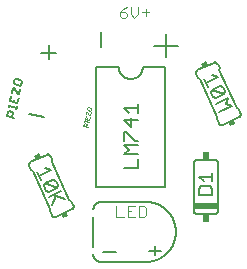
<source format=gto>
G75*
%MOIN*%
%OFA0B0*%
%FSLAX25Y25*%
%IPPOS*%
%LPD*%
%AMOC8*
5,1,8,0,0,1.08239X$1,22.5*
%
%ADD10C,0.00600*%
%ADD11C,0.00500*%
%ADD12R,0.01500X0.02000*%
%ADD13C,0.00400*%
%ADD14R,0.08000X0.02000*%
%ADD15R,0.02000X0.02500*%
%ADD16C,0.00200*%
D10*
X0018085Y0019380D02*
X0017451Y0020740D01*
X0017693Y0021404D01*
X0011776Y0034093D01*
X0011112Y0034334D01*
X0010478Y0035694D01*
X0010478Y0035693D02*
X0010454Y0035749D01*
X0010433Y0035806D01*
X0010416Y0035864D01*
X0010403Y0035923D01*
X0010393Y0035982D01*
X0010387Y0036042D01*
X0010384Y0036103D01*
X0010385Y0036163D01*
X0010390Y0036223D01*
X0010398Y0036283D01*
X0010410Y0036342D01*
X0010425Y0036401D01*
X0010444Y0036458D01*
X0010467Y0036514D01*
X0010492Y0036569D01*
X0010521Y0036622D01*
X0010553Y0036673D01*
X0010589Y0036722D01*
X0010627Y0036769D01*
X0010667Y0036814D01*
X0010711Y0036856D01*
X0010757Y0036895D01*
X0010805Y0036931D01*
X0010855Y0036965D01*
X0010907Y0036995D01*
X0010961Y0037022D01*
X0010962Y0037023D02*
X0016400Y0039559D01*
X0016399Y0039558D02*
X0016455Y0039582D01*
X0016512Y0039603D01*
X0016570Y0039620D01*
X0016629Y0039633D01*
X0016688Y0039643D01*
X0016748Y0039649D01*
X0016809Y0039652D01*
X0016869Y0039651D01*
X0016929Y0039646D01*
X0016989Y0039638D01*
X0017048Y0039626D01*
X0017107Y0039611D01*
X0017164Y0039592D01*
X0017220Y0039569D01*
X0017275Y0039544D01*
X0017328Y0039515D01*
X0017379Y0039483D01*
X0017428Y0039447D01*
X0017475Y0039409D01*
X0017520Y0039369D01*
X0017562Y0039325D01*
X0017601Y0039279D01*
X0017637Y0039231D01*
X0017671Y0039181D01*
X0017701Y0039129D01*
X0017728Y0039075D01*
X0017729Y0039075D02*
X0018362Y0037715D01*
X0018121Y0037051D01*
X0024037Y0024363D01*
X0024702Y0024121D01*
X0025336Y0022761D01*
X0025335Y0022762D02*
X0025360Y0022704D01*
X0025381Y0022645D01*
X0025398Y0022584D01*
X0025412Y0022523D01*
X0025422Y0022461D01*
X0025427Y0022398D01*
X0025429Y0022336D01*
X0025427Y0022273D01*
X0025421Y0022210D01*
X0025411Y0022148D01*
X0025397Y0022087D01*
X0025379Y0022027D01*
X0025357Y0021968D01*
X0025332Y0021910D01*
X0025304Y0021854D01*
X0025271Y0021800D01*
X0025236Y0021748D01*
X0025197Y0021699D01*
X0025156Y0021652D01*
X0025111Y0021608D01*
X0025064Y0021566D01*
X0025014Y0021528D01*
X0024962Y0021493D01*
X0024908Y0021461D01*
X0024852Y0021433D01*
X0024852Y0021432D02*
X0019414Y0018897D01*
X0019415Y0018897D02*
X0019359Y0018873D01*
X0019302Y0018852D01*
X0019244Y0018835D01*
X0019185Y0018822D01*
X0019126Y0018812D01*
X0019066Y0018806D01*
X0019005Y0018803D01*
X0018945Y0018804D01*
X0018885Y0018809D01*
X0018825Y0018817D01*
X0018766Y0018829D01*
X0018707Y0018844D01*
X0018650Y0018863D01*
X0018594Y0018886D01*
X0018539Y0018911D01*
X0018486Y0018940D01*
X0018435Y0018972D01*
X0018386Y0019008D01*
X0018339Y0019046D01*
X0018294Y0019086D01*
X0018252Y0019130D01*
X0018213Y0019176D01*
X0018177Y0019224D01*
X0018143Y0019274D01*
X0018113Y0019326D01*
X0018086Y0019380D01*
X0032987Y0028798D02*
X0055987Y0028798D01*
X0055987Y0068798D01*
X0048487Y0068798D01*
X0048485Y0068672D01*
X0048479Y0068547D01*
X0048469Y0068422D01*
X0048455Y0068297D01*
X0048438Y0068172D01*
X0048416Y0068048D01*
X0048391Y0067925D01*
X0048361Y0067803D01*
X0048328Y0067682D01*
X0048291Y0067562D01*
X0048251Y0067443D01*
X0048206Y0067326D01*
X0048158Y0067209D01*
X0048106Y0067095D01*
X0048051Y0066982D01*
X0047992Y0066871D01*
X0047930Y0066762D01*
X0047864Y0066655D01*
X0047795Y0066550D01*
X0047723Y0066447D01*
X0047648Y0066346D01*
X0047569Y0066248D01*
X0047487Y0066153D01*
X0047403Y0066060D01*
X0047315Y0065970D01*
X0047225Y0065882D01*
X0047132Y0065798D01*
X0047037Y0065716D01*
X0046939Y0065637D01*
X0046838Y0065562D01*
X0046735Y0065490D01*
X0046630Y0065421D01*
X0046523Y0065355D01*
X0046414Y0065293D01*
X0046303Y0065234D01*
X0046190Y0065179D01*
X0046076Y0065127D01*
X0045959Y0065079D01*
X0045842Y0065034D01*
X0045723Y0064994D01*
X0045603Y0064957D01*
X0045482Y0064924D01*
X0045360Y0064894D01*
X0045237Y0064869D01*
X0045113Y0064847D01*
X0044988Y0064830D01*
X0044863Y0064816D01*
X0044738Y0064806D01*
X0044613Y0064800D01*
X0044487Y0064798D01*
X0044361Y0064800D01*
X0044236Y0064806D01*
X0044111Y0064816D01*
X0043986Y0064830D01*
X0043861Y0064847D01*
X0043737Y0064869D01*
X0043614Y0064894D01*
X0043492Y0064924D01*
X0043371Y0064957D01*
X0043251Y0064994D01*
X0043132Y0065034D01*
X0043015Y0065079D01*
X0042898Y0065127D01*
X0042784Y0065179D01*
X0042671Y0065234D01*
X0042560Y0065293D01*
X0042451Y0065355D01*
X0042344Y0065421D01*
X0042239Y0065490D01*
X0042136Y0065562D01*
X0042035Y0065637D01*
X0041937Y0065716D01*
X0041842Y0065798D01*
X0041749Y0065882D01*
X0041659Y0065970D01*
X0041571Y0066060D01*
X0041487Y0066153D01*
X0041405Y0066248D01*
X0041326Y0066346D01*
X0041251Y0066447D01*
X0041179Y0066550D01*
X0041110Y0066655D01*
X0041044Y0066762D01*
X0040982Y0066871D01*
X0040923Y0066982D01*
X0040868Y0067095D01*
X0040816Y0067209D01*
X0040768Y0067326D01*
X0040723Y0067443D01*
X0040683Y0067562D01*
X0040646Y0067682D01*
X0040613Y0067803D01*
X0040583Y0067925D01*
X0040558Y0068048D01*
X0040536Y0068172D01*
X0040519Y0068297D01*
X0040505Y0068422D01*
X0040495Y0068547D01*
X0040489Y0068672D01*
X0040487Y0068798D01*
X0032987Y0068798D01*
X0032987Y0028798D01*
X0052550Y0009050D02*
X0052550Y0006050D01*
X0050550Y0007550D02*
X0054550Y0007550D01*
X0066487Y0019798D02*
X0072487Y0019798D01*
X0072547Y0019800D01*
X0072608Y0019805D01*
X0072667Y0019814D01*
X0072726Y0019827D01*
X0072785Y0019843D01*
X0072842Y0019863D01*
X0072897Y0019886D01*
X0072952Y0019913D01*
X0073004Y0019942D01*
X0073055Y0019975D01*
X0073104Y0020011D01*
X0073150Y0020049D01*
X0073194Y0020091D01*
X0073236Y0020135D01*
X0073274Y0020181D01*
X0073310Y0020230D01*
X0073343Y0020281D01*
X0073372Y0020333D01*
X0073399Y0020388D01*
X0073422Y0020443D01*
X0073442Y0020500D01*
X0073458Y0020559D01*
X0073471Y0020618D01*
X0073480Y0020677D01*
X0073485Y0020738D01*
X0073487Y0020798D01*
X0073487Y0036798D01*
X0073485Y0036858D01*
X0073480Y0036919D01*
X0073471Y0036978D01*
X0073458Y0037037D01*
X0073442Y0037096D01*
X0073422Y0037153D01*
X0073399Y0037208D01*
X0073372Y0037263D01*
X0073343Y0037315D01*
X0073310Y0037366D01*
X0073274Y0037415D01*
X0073236Y0037461D01*
X0073194Y0037505D01*
X0073150Y0037547D01*
X0073104Y0037585D01*
X0073055Y0037621D01*
X0073004Y0037654D01*
X0072952Y0037683D01*
X0072897Y0037710D01*
X0072842Y0037733D01*
X0072785Y0037753D01*
X0072726Y0037769D01*
X0072667Y0037782D01*
X0072608Y0037791D01*
X0072547Y0037796D01*
X0072487Y0037798D01*
X0066487Y0037798D01*
X0066427Y0037796D01*
X0066366Y0037791D01*
X0066307Y0037782D01*
X0066248Y0037769D01*
X0066189Y0037753D01*
X0066132Y0037733D01*
X0066077Y0037710D01*
X0066022Y0037683D01*
X0065970Y0037654D01*
X0065919Y0037621D01*
X0065870Y0037585D01*
X0065824Y0037547D01*
X0065780Y0037505D01*
X0065738Y0037461D01*
X0065700Y0037415D01*
X0065664Y0037366D01*
X0065631Y0037315D01*
X0065602Y0037263D01*
X0065575Y0037208D01*
X0065552Y0037153D01*
X0065532Y0037096D01*
X0065516Y0037037D01*
X0065503Y0036978D01*
X0065494Y0036919D01*
X0065489Y0036858D01*
X0065487Y0036798D01*
X0065487Y0020798D01*
X0065489Y0020738D01*
X0065494Y0020677D01*
X0065503Y0020618D01*
X0065516Y0020559D01*
X0065532Y0020500D01*
X0065552Y0020443D01*
X0065575Y0020388D01*
X0065602Y0020333D01*
X0065631Y0020281D01*
X0065664Y0020230D01*
X0065700Y0020181D01*
X0065738Y0020135D01*
X0065780Y0020091D01*
X0065824Y0020049D01*
X0065870Y0020011D01*
X0065919Y0019975D01*
X0065970Y0019942D01*
X0066022Y0019913D01*
X0066077Y0019886D01*
X0066132Y0019863D01*
X0066189Y0019843D01*
X0066248Y0019827D01*
X0066307Y0019814D01*
X0066366Y0019805D01*
X0066427Y0019800D01*
X0066487Y0019798D01*
X0067283Y0025998D02*
X0067283Y0028200D01*
X0068017Y0028934D01*
X0070953Y0028934D01*
X0071687Y0028200D01*
X0071687Y0025998D01*
X0067283Y0025998D01*
X0068751Y0030602D02*
X0067283Y0032070D01*
X0071687Y0032070D01*
X0071687Y0030602D02*
X0071687Y0033538D01*
X0075092Y0049518D02*
X0080530Y0052053D01*
X0080531Y0052054D02*
X0080587Y0052082D01*
X0080641Y0052114D01*
X0080693Y0052149D01*
X0080743Y0052187D01*
X0080790Y0052229D01*
X0080835Y0052273D01*
X0080876Y0052320D01*
X0080915Y0052369D01*
X0080950Y0052421D01*
X0080983Y0052475D01*
X0081011Y0052531D01*
X0081036Y0052589D01*
X0081058Y0052648D01*
X0081076Y0052708D01*
X0081090Y0052769D01*
X0081100Y0052831D01*
X0081106Y0052894D01*
X0081108Y0052957D01*
X0081106Y0053019D01*
X0081101Y0053082D01*
X0081091Y0053144D01*
X0081077Y0053205D01*
X0081060Y0053266D01*
X0081039Y0053325D01*
X0081014Y0053383D01*
X0081014Y0053382D02*
X0080380Y0054742D01*
X0079716Y0054983D01*
X0073799Y0067672D01*
X0074041Y0068336D01*
X0073407Y0069696D01*
X0073380Y0069750D01*
X0073350Y0069802D01*
X0073316Y0069852D01*
X0073280Y0069900D01*
X0073241Y0069946D01*
X0073199Y0069990D01*
X0073154Y0070030D01*
X0073107Y0070068D01*
X0073058Y0070104D01*
X0073007Y0070136D01*
X0072954Y0070165D01*
X0072899Y0070190D01*
X0072843Y0070213D01*
X0072786Y0070232D01*
X0072727Y0070247D01*
X0072668Y0070259D01*
X0072608Y0070267D01*
X0072548Y0070272D01*
X0072488Y0070273D01*
X0072427Y0070270D01*
X0072367Y0070264D01*
X0072308Y0070254D01*
X0072249Y0070241D01*
X0072191Y0070224D01*
X0072134Y0070203D01*
X0072078Y0070179D01*
X0066640Y0067644D01*
X0066640Y0067643D02*
X0066586Y0067616D01*
X0066534Y0067586D01*
X0066484Y0067552D01*
X0066436Y0067516D01*
X0066390Y0067477D01*
X0066346Y0067435D01*
X0066306Y0067390D01*
X0066268Y0067343D01*
X0066232Y0067294D01*
X0066200Y0067243D01*
X0066171Y0067190D01*
X0066146Y0067135D01*
X0066123Y0067079D01*
X0066104Y0067022D01*
X0066089Y0066963D01*
X0066077Y0066904D01*
X0066069Y0066844D01*
X0066064Y0066784D01*
X0066063Y0066724D01*
X0066066Y0066663D01*
X0066072Y0066603D01*
X0066082Y0066544D01*
X0066095Y0066485D01*
X0066112Y0066427D01*
X0066133Y0066370D01*
X0066157Y0066314D01*
X0066156Y0066315D02*
X0066790Y0064955D01*
X0067455Y0064713D01*
X0073371Y0052025D01*
X0073130Y0051361D01*
X0073763Y0050001D01*
X0073764Y0050001D02*
X0073791Y0049947D01*
X0073821Y0049895D01*
X0073855Y0049845D01*
X0073891Y0049797D01*
X0073930Y0049751D01*
X0073972Y0049707D01*
X0074017Y0049667D01*
X0074064Y0049629D01*
X0074113Y0049593D01*
X0074164Y0049561D01*
X0074217Y0049532D01*
X0074272Y0049507D01*
X0074328Y0049484D01*
X0074385Y0049465D01*
X0074444Y0049450D01*
X0074503Y0049438D01*
X0074563Y0049430D01*
X0074623Y0049425D01*
X0074683Y0049424D01*
X0074744Y0049427D01*
X0074804Y0049433D01*
X0074863Y0049443D01*
X0074922Y0049456D01*
X0074980Y0049473D01*
X0075037Y0049494D01*
X0075093Y0049518D01*
X0056168Y0071916D02*
X0056168Y0079790D01*
X0060105Y0075853D02*
X0052231Y0075853D01*
X0034550Y0075550D02*
X0034550Y0080550D01*
X0019550Y0073550D02*
X0014550Y0073550D01*
X0017050Y0071550D02*
X0017050Y0076050D01*
X0007869Y0064263D02*
X0006172Y0064623D01*
X0005657Y0064289D01*
X0005477Y0063441D01*
X0005811Y0062927D01*
X0007508Y0062566D01*
X0008022Y0062900D01*
X0008203Y0063748D01*
X0007869Y0064263D01*
X0005559Y0061741D02*
X0006895Y0059684D01*
X0007320Y0059594D01*
X0007680Y0061290D01*
X0005559Y0061741D02*
X0005135Y0061832D01*
X0004774Y0060135D01*
X0004522Y0058949D02*
X0004162Y0057252D01*
X0006707Y0056711D01*
X0007068Y0058408D01*
X0005615Y0057830D02*
X0005434Y0056982D01*
X0003934Y0056180D02*
X0003753Y0055331D01*
X0003843Y0055755D02*
X0006389Y0055214D01*
X0006299Y0054790D02*
X0006479Y0055638D01*
X0004774Y0053875D02*
X0005108Y0053361D01*
X0004837Y0052088D01*
X0005686Y0051908D02*
X0003141Y0052449D01*
X0003411Y0053722D01*
X0003925Y0054056D01*
X0004774Y0053875D01*
X0010550Y0053050D02*
X0015550Y0052050D01*
X0035050Y0007050D02*
X0039550Y0007050D01*
D11*
X0034487Y0003798D02*
X0034389Y0003800D01*
X0034291Y0003806D01*
X0034193Y0003815D01*
X0034096Y0003829D01*
X0033999Y0003846D01*
X0033903Y0003867D01*
X0033808Y0003892D01*
X0033714Y0003920D01*
X0033622Y0003953D01*
X0033530Y0003988D01*
X0033440Y0004028D01*
X0033352Y0004070D01*
X0033265Y0004117D01*
X0033181Y0004166D01*
X0033098Y0004219D01*
X0033018Y0004275D01*
X0032939Y0004335D01*
X0032863Y0004397D01*
X0032790Y0004462D01*
X0032719Y0004530D01*
X0032651Y0004601D01*
X0032586Y0004674D01*
X0032524Y0004750D01*
X0032464Y0004829D01*
X0032408Y0004909D01*
X0032355Y0004992D01*
X0032306Y0005076D01*
X0032259Y0005163D01*
X0032217Y0005251D01*
X0032177Y0005341D01*
X0032142Y0005433D01*
X0032109Y0005525D01*
X0032081Y0005619D01*
X0032056Y0005714D01*
X0032035Y0005810D01*
X0032018Y0005907D01*
X0032004Y0006004D01*
X0031995Y0006102D01*
X0031989Y0006200D01*
X0031987Y0006298D01*
X0031987Y0008798D02*
X0031987Y0018798D01*
X0031987Y0021298D02*
X0031989Y0021396D01*
X0031995Y0021494D01*
X0032004Y0021592D01*
X0032018Y0021689D01*
X0032035Y0021786D01*
X0032056Y0021882D01*
X0032081Y0021977D01*
X0032109Y0022071D01*
X0032142Y0022163D01*
X0032177Y0022255D01*
X0032217Y0022345D01*
X0032259Y0022433D01*
X0032306Y0022520D01*
X0032355Y0022604D01*
X0032408Y0022687D01*
X0032464Y0022767D01*
X0032524Y0022846D01*
X0032586Y0022922D01*
X0032651Y0022995D01*
X0032719Y0023066D01*
X0032790Y0023134D01*
X0032863Y0023199D01*
X0032939Y0023261D01*
X0033018Y0023321D01*
X0033098Y0023377D01*
X0033181Y0023430D01*
X0033265Y0023479D01*
X0033352Y0023526D01*
X0033440Y0023568D01*
X0033530Y0023608D01*
X0033622Y0023643D01*
X0033714Y0023676D01*
X0033808Y0023704D01*
X0033903Y0023729D01*
X0033999Y0023750D01*
X0034096Y0023767D01*
X0034193Y0023781D01*
X0034291Y0023790D01*
X0034389Y0023796D01*
X0034487Y0023798D01*
X0049487Y0023798D01*
X0049731Y0023795D01*
X0049974Y0023786D01*
X0050217Y0023771D01*
X0050460Y0023751D01*
X0050702Y0023724D01*
X0050943Y0023691D01*
X0051183Y0023653D01*
X0051423Y0023609D01*
X0051661Y0023559D01*
X0051898Y0023503D01*
X0052134Y0023441D01*
X0052368Y0023374D01*
X0052600Y0023301D01*
X0052831Y0023222D01*
X0053059Y0023138D01*
X0053286Y0023048D01*
X0053510Y0022953D01*
X0053732Y0022852D01*
X0053951Y0022746D01*
X0054167Y0022635D01*
X0054381Y0022518D01*
X0054592Y0022397D01*
X0054800Y0022270D01*
X0055005Y0022138D01*
X0055206Y0022001D01*
X0055404Y0021859D01*
X0055599Y0021713D01*
X0055790Y0021562D01*
X0055977Y0021406D01*
X0056160Y0021246D01*
X0056340Y0021081D01*
X0056515Y0020912D01*
X0056686Y0020739D01*
X0056853Y0020561D01*
X0057015Y0020380D01*
X0057173Y0020195D01*
X0057327Y0020006D01*
X0057476Y0019813D01*
X0057620Y0019617D01*
X0057759Y0019417D01*
X0057894Y0019214D01*
X0058023Y0019007D01*
X0058147Y0018798D01*
X0058266Y0018586D01*
X0058380Y0018370D01*
X0058489Y0018153D01*
X0058592Y0017932D01*
X0058690Y0017709D01*
X0058783Y0017484D01*
X0058870Y0017256D01*
X0058951Y0017027D01*
X0059027Y0016795D01*
X0059097Y0016562D01*
X0059162Y0016327D01*
X0059221Y0016091D01*
X0059274Y0015853D01*
X0059321Y0015614D01*
X0059362Y0015374D01*
X0059397Y0015133D01*
X0059427Y0014892D01*
X0059451Y0014649D01*
X0059468Y0014406D01*
X0059480Y0014163D01*
X0059486Y0013920D01*
X0059486Y0013676D01*
X0059480Y0013433D01*
X0059468Y0013190D01*
X0059451Y0012947D01*
X0059427Y0012704D01*
X0059397Y0012463D01*
X0059362Y0012222D01*
X0059321Y0011982D01*
X0059274Y0011743D01*
X0059221Y0011505D01*
X0059162Y0011269D01*
X0059097Y0011034D01*
X0059027Y0010801D01*
X0058951Y0010569D01*
X0058870Y0010340D01*
X0058783Y0010112D01*
X0058690Y0009887D01*
X0058592Y0009664D01*
X0058489Y0009443D01*
X0058380Y0009226D01*
X0058266Y0009010D01*
X0058147Y0008798D01*
X0058023Y0008589D01*
X0057894Y0008382D01*
X0057759Y0008179D01*
X0057620Y0007979D01*
X0057476Y0007783D01*
X0057327Y0007590D01*
X0057173Y0007401D01*
X0057015Y0007216D01*
X0056853Y0007035D01*
X0056686Y0006857D01*
X0056515Y0006684D01*
X0056340Y0006515D01*
X0056160Y0006350D01*
X0055977Y0006190D01*
X0055790Y0006034D01*
X0055599Y0005883D01*
X0055404Y0005737D01*
X0055206Y0005595D01*
X0055005Y0005458D01*
X0054800Y0005326D01*
X0054592Y0005199D01*
X0054381Y0005078D01*
X0054167Y0004961D01*
X0053951Y0004850D01*
X0053732Y0004744D01*
X0053510Y0004643D01*
X0053286Y0004548D01*
X0053059Y0004458D01*
X0052831Y0004374D01*
X0052600Y0004295D01*
X0052368Y0004222D01*
X0052134Y0004155D01*
X0051898Y0004093D01*
X0051661Y0004037D01*
X0051423Y0003987D01*
X0051183Y0003943D01*
X0050943Y0003905D01*
X0050702Y0003872D01*
X0050460Y0003845D01*
X0050217Y0003825D01*
X0049974Y0003810D01*
X0049731Y0003801D01*
X0049487Y0003798D01*
X0034487Y0003798D01*
X0018328Y0022718D02*
X0019417Y0025711D01*
X0018420Y0026074D02*
X0022410Y0024621D01*
X0021141Y0027343D02*
X0017059Y0025439D01*
X0017063Y0027208D02*
X0016065Y0027571D01*
X0015431Y0028931D01*
X0015794Y0029929D01*
X0019784Y0028477D01*
X0017063Y0027208D01*
X0019784Y0028477D02*
X0020147Y0029474D01*
X0019513Y0030835D01*
X0018515Y0031198D01*
X0015794Y0029929D01*
X0014437Y0031063D02*
X0013168Y0033784D01*
X0013802Y0032424D02*
X0017884Y0034327D01*
X0015889Y0035053D01*
X0042233Y0035028D02*
X0046737Y0035028D01*
X0046737Y0038031D01*
X0046737Y0039632D02*
X0042233Y0039632D01*
X0043734Y0041134D01*
X0042233Y0042635D01*
X0046737Y0042635D01*
X0046737Y0044236D02*
X0045986Y0044236D01*
X0042984Y0047239D01*
X0042233Y0047239D01*
X0042233Y0044236D01*
X0044485Y0048840D02*
X0044485Y0051843D01*
X0043734Y0053444D02*
X0042233Y0054945D01*
X0046737Y0054945D01*
X0046737Y0053444D02*
X0046737Y0056447D01*
X0046737Y0051092D02*
X0042233Y0051092D01*
X0044485Y0048840D01*
X0070115Y0062184D02*
X0068846Y0064905D01*
X0069481Y0063545D02*
X0073562Y0065448D01*
X0071567Y0066174D01*
X0074193Y0062319D02*
X0075191Y0061956D01*
X0075825Y0060595D01*
X0075462Y0059598D01*
X0071472Y0061050D01*
X0071109Y0060052D01*
X0071744Y0058692D01*
X0072741Y0058329D01*
X0075462Y0059598D01*
X0076819Y0058463D02*
X0076093Y0056468D01*
X0078088Y0055742D01*
X0074006Y0053839D01*
X0072738Y0056560D02*
X0076819Y0058463D01*
X0074193Y0062319D02*
X0071472Y0061050D01*
D12*
G36*
X0069631Y0070693D02*
X0070265Y0069334D01*
X0068453Y0068489D01*
X0067819Y0069848D01*
X0069631Y0070693D01*
G37*
G36*
X0078717Y0051208D02*
X0079351Y0049849D01*
X0077539Y0049004D01*
X0076905Y0050363D01*
X0078717Y0051208D01*
G37*
G36*
X0023039Y0020587D02*
X0023673Y0019228D01*
X0021861Y0018383D01*
X0021227Y0019742D01*
X0023039Y0020587D01*
G37*
G36*
X0013953Y0040072D02*
X0014587Y0038713D01*
X0012775Y0037868D01*
X0012141Y0039227D01*
X0013953Y0040072D01*
G37*
D13*
X0039701Y0022501D02*
X0039701Y0018898D01*
X0042103Y0018898D01*
X0043384Y0018898D02*
X0045786Y0018898D01*
X0047067Y0018898D02*
X0048868Y0018898D01*
X0049469Y0019499D01*
X0049469Y0021901D01*
X0048868Y0022501D01*
X0047067Y0022501D01*
X0047067Y0018898D01*
X0044585Y0020700D02*
X0043384Y0020700D01*
X0043384Y0022501D02*
X0043384Y0018898D01*
X0043384Y0022501D02*
X0045786Y0022501D01*
X0045695Y0085198D02*
X0046896Y0086399D01*
X0046896Y0088801D01*
X0048177Y0087000D02*
X0050579Y0087000D01*
X0049378Y0088201D02*
X0049378Y0085799D01*
X0045695Y0085198D02*
X0044494Y0086399D01*
X0044494Y0088801D01*
X0043213Y0088801D02*
X0042012Y0088201D01*
X0040811Y0087000D01*
X0042612Y0087000D01*
X0043213Y0086399D01*
X0043213Y0085799D01*
X0042612Y0085198D01*
X0041411Y0085198D01*
X0040811Y0085799D01*
X0040811Y0087000D01*
D14*
X0069487Y0022298D03*
D15*
X0069487Y0018548D03*
X0069487Y0039048D03*
D16*
X0031234Y0054341D02*
X0031331Y0054798D01*
X0031151Y0055075D01*
X0030238Y0055269D01*
X0029961Y0055089D01*
X0029864Y0054632D01*
X0030044Y0054355D01*
X0030957Y0054161D01*
X0031234Y0054341D01*
X0031074Y0053585D02*
X0030879Y0052672D01*
X0030651Y0052720D01*
X0029931Y0053828D01*
X0029703Y0053877D01*
X0029509Y0052963D01*
X0029397Y0052436D02*
X0029203Y0051522D01*
X0030573Y0051231D01*
X0030767Y0052144D01*
X0029985Y0051833D02*
X0029888Y0051376D01*
X0030466Y0050727D02*
X0030369Y0050270D01*
X0030417Y0050498D02*
X0029047Y0050790D01*
X0029095Y0051018D02*
X0028998Y0050561D01*
X0029115Y0049985D02*
X0029572Y0049888D01*
X0029751Y0049611D01*
X0029606Y0048926D01*
X0030063Y0048829D02*
X0028692Y0049120D01*
X0028838Y0049805D01*
X0029115Y0049985D01*
M02*

</source>
